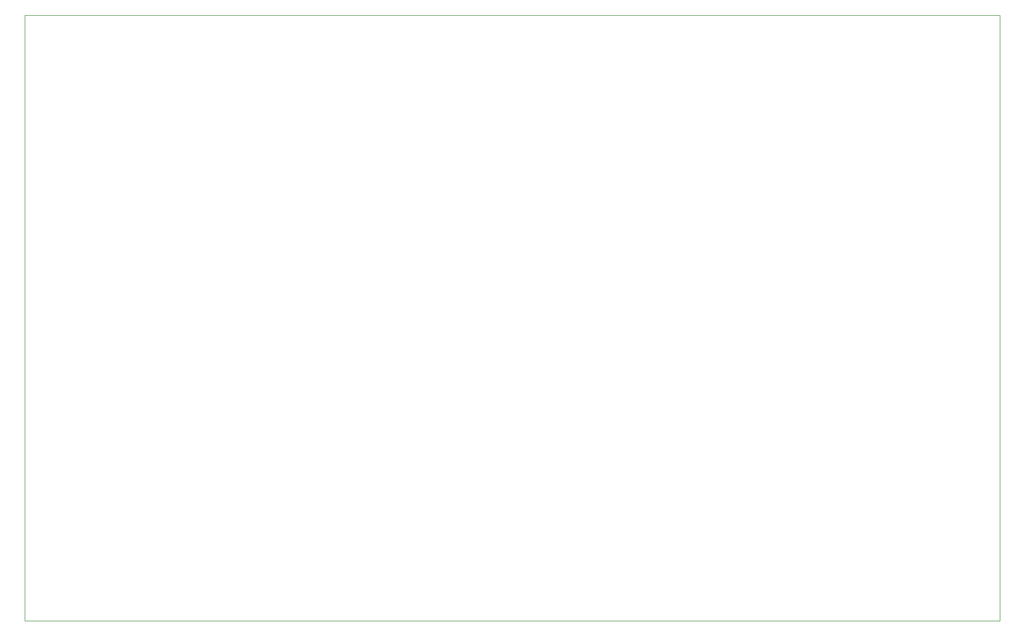
<source format=gbr>
%TF.GenerationSoftware,KiCad,Pcbnew,(5.1.9-0-10_14)*%
%TF.CreationDate,2021-03-14T17:55:17-04:00*%
%TF.ProjectId,LED Display,4c454420-4469-4737-906c-61792e6b6963,rev?*%
%TF.SameCoordinates,Original*%
%TF.FileFunction,Profile,NP*%
%FSLAX46Y46*%
G04 Gerber Fmt 4.6, Leading zero omitted, Abs format (unit mm)*
G04 Created by KiCad (PCBNEW (5.1.9-0-10_14)) date 2021-03-14 17:55:17*
%MOMM*%
%LPD*%
G01*
G04 APERTURE LIST*
%TA.AperFunction,Profile*%
%ADD10C,0.050000*%
%TD*%
G04 APERTURE END LIST*
D10*
X18000000Y-110000000D02*
X18000000Y-12500000D01*
X175000000Y-110000000D02*
X18000000Y-110000000D01*
X175000000Y-12500000D02*
X175000000Y-110000000D01*
X18000000Y-12500000D02*
X175000000Y-12500000D01*
M02*

</source>
